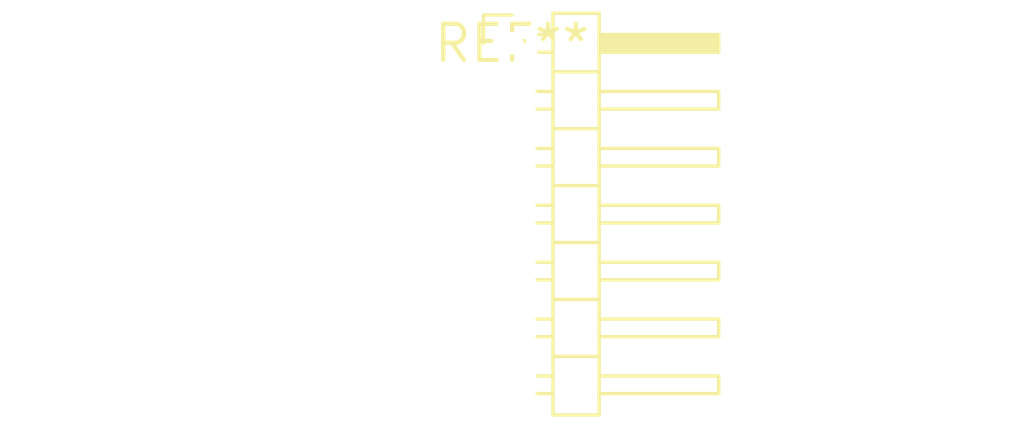
<source format=kicad_pcb>
(kicad_pcb (version 20240108) (generator pcbnew)
  (layers (0 "F.Cu" signal) (31 "B.Cu" signal) (34 "B.Paste" user) (35 "F.Paste" user) (36 "B.SilkS" user "B.Silkscreen") (37 "F.SilkS" user "F.Silkscreen") (38 "B.Mask" user) (39 "F.Mask" user) (44 "Edge.Cuts" user))
  (net 0 "")
  (footprint "PinHeader_1x07_P2.00mm_Horizontal" (layer "F.Cu") (at 0 0)
    (property "Reference" "REF**")
    (property "Value" "PinHeader_1x07_P2.00mm_Horizontal")
    (fp_line (start -1 -1) (end 0 -1) (layer "F.SilkS") (stroke (width 0.12)))
    (fp_line (start -1 0) (end -1 -1) (layer "F.SilkS") (stroke (width 0.12)))
    (fp_line (start 0.882114 1.69) (end 1.44 1.69) (layer "F.SilkS") (stroke (width 0.12)))
    (fp_line (start 0.882114 2.31) (end 1.44 2.31) (layer "F.SilkS") (stroke (width 0.12)))
    (fp_line (start 0.882114 3.69) (end 1.44 3.69) (layer "F.SilkS") (stroke (width 0.12)))
    (fp_line (start 0.882114 4.31) (end 1.44 4.31) (layer "F.SilkS") (stroke (width 0.12)))
    (fp_line (start 0.882114 5.69) (end 1.44 5.69) (layer "F.SilkS") (stroke (width 0.12)))
    (fp_line (start 0.882114 6.31) (end 1.44 6.31) (layer "F.SilkS") (stroke (width 0.12)))
    (fp_line (start 0.882114 7.69) (end 1.44 7.69) (layer "F.SilkS") (stroke (width 0.12)))
    (fp_line (start 0.882114 8.31) (end 1.44 8.31) (layer "F.SilkS") (stroke (width 0.12)))
    (fp_line (start 0.882114 9.69) (end 1.44 9.69) (layer "F.SilkS") (stroke (width 0.12)))
    (fp_line (start 0.882114 10.31) (end 1.44 10.31) (layer "F.SilkS") (stroke (width 0.12)))
    (fp_line (start 0.882114 11.69) (end 1.44 11.69) (layer "F.SilkS") (stroke (width 0.12)))
    (fp_line (start 0.882114 12.31) (end 1.44 12.31) (layer "F.SilkS") (stroke (width 0.12)))
    (fp_line (start 0.935 -0.31) (end 1.44 -0.31) (layer "F.SilkS") (stroke (width 0.12)))
    (fp_line (start 0.935 0.31) (end 1.44 0.31) (layer "F.SilkS") (stroke (width 0.12)))
    (fp_line (start 1.44 -1.06) (end 1.44 13.06) (layer "F.SilkS") (stroke (width 0.12)))
    (fp_line (start 1.44 1) (end 3.06 1) (layer "F.SilkS") (stroke (width 0.12)))
    (fp_line (start 1.44 3) (end 3.06 3) (layer "F.SilkS") (stroke (width 0.12)))
    (fp_line (start 1.44 5) (end 3.06 5) (layer "F.SilkS") (stroke (width 0.12)))
    (fp_line (start 1.44 7) (end 3.06 7) (layer "F.SilkS") (stroke (width 0.12)))
    (fp_line (start 1.44 9) (end 3.06 9) (layer "F.SilkS") (stroke (width 0.12)))
    (fp_line (start 1.44 11) (end 3.06 11) (layer "F.SilkS") (stroke (width 0.12)))
    (fp_line (start 1.44 13.06) (end 3.06 13.06) (layer "F.SilkS") (stroke (width 0.12)))
    (fp_line (start 3.06 -1.06) (end 1.44 -1.06) (layer "F.SilkS") (stroke (width 0.12)))
    (fp_line (start 3.06 -0.31) (end 7.26 -0.31) (layer "F.SilkS") (stroke (width 0.12)))
    (fp_line (start 3.06 -0.25) (end 7.26 -0.25) (layer "F.SilkS") (stroke (width 0.12)))
    (fp_line (start 3.06 -0.13) (end 7.26 -0.13) (layer "F.SilkS") (stroke (width 0.12)))
    (fp_line (start 3.06 -0.01) (end 7.26 -0.01) (layer "F.SilkS") (stroke (width 0.12)))
    (fp_line (start 3.06 0.11) (end 7.26 0.11) (layer "F.SilkS") (stroke (width 0.12)))
    (fp_line (start 3.06 0.23) (end 7.26 0.23) (layer "F.SilkS") (stroke (width 0.12)))
    (fp_line (start 3.06 1.69) (end 7.26 1.69) (layer "F.SilkS") (stroke (width 0.12)))
    (fp_line (start 3.06 3.69) (end 7.26 3.69) (layer "F.SilkS") (stroke (width 0.12)))
    (fp_line (start 3.06 5.69) (end 7.26 5.69) (layer "F.SilkS") (stroke (width 0.12)))
    (fp_line (start 3.06 7.69) (end 7.26 7.69) (layer "F.SilkS") (stroke (width 0.12)))
    (fp_line (start 3.06 9.69) (end 7.26 9.69) (layer "F.SilkS") (stroke (width 0.12)))
    (fp_line (start 3.06 11.69) (end 7.26 11.69) (layer "F.SilkS") (stroke (width 0.12)))
    (fp_line (start 3.06 13.06) (end 3.06 -1.06) (layer "F.SilkS") (stroke (width 0.12)))
    (fp_line (start 7.26 -0.31) (end 7.26 0.31) (layer "F.SilkS") (stroke (width 0.12)))
    (fp_line (start 7.26 0.31) (end 3.06 0.31) (layer "F.SilkS") (stroke (width 0.12)))
    (fp_line (start 7.26 1.69) (end 7.26 2.31) (layer "F.SilkS") (stroke (width 0.12)))
    (fp_line (start 7.26 2.31) (end 3.06 2.31) (layer "F.SilkS") (stroke (width 0.12)))
    (fp_line (start 7.26 3.69) (end 7.26 4.31) (layer "F.SilkS") (stroke (width 0.12)))
    (fp_line (start 7.26 4.31) (end 3.06 4.31) (layer "F.SilkS") (stroke (width 0.12)))
    (fp_line (start 7.26 5.69) (end 7.26 6.31) (layer "F.SilkS") (stroke (width 0.12)))
    (fp_line (start 7.26 6.31) (end 3.06 6.31) (layer "F.SilkS") (stroke (width 0.12)))
    (fp_line (start 7.26 7.69) (end 7.26 8.31) (layer "F.SilkS") (stroke (width 0.12)))
    (fp_line (start 7.26 8.31) (end 3.06 8.31) (layer "F.SilkS") (stroke (width 0.12)))
    (fp_line (start 7.26 9.69) (end 7.26 10.31) (layer "F.SilkS") (stroke (width 0.12)))
    (fp_line (start 7.26 10.31) (end 3.06 10.31) (layer "F.SilkS") (stroke (width 0.12)))
    (fp_line (start 7.26 11.69) (end 7.26 12.31) (layer "F.SilkS") (stroke (width 0.12)))
    (fp_line (start 7.26 12.31) (end 3.06 12.31) (layer "F.SilkS") (stroke (width 0.12)))
    (pad "1" thru_hole rect (at 0 0) (size 1.35 1.35) (drill 0.8) (layers *.Cu *.Mask) (remove_unused_layers))
    (pad "2" thru_hole oval (at 0 2) (size 1.35 1.35) (drill 0.8) (layers *.Cu *.Mask) (remove_unused_layers))
    (pad "3" thru_hole oval (at 0 4) (size 1.35 1.35) (drill 0.8) (layers *.Cu *.Mask) (remove_unused_layers))
    (pad "4" thru_hole oval (at 0 6) (size 1.35 1.35) (drill 0.8) (layers *.Cu *.Mask) (remove_unused_layers))
    (pad "5" thru_hole oval (at 0 8) (size 1.35 1.35) (drill 0.8) (layers *.Cu *.Mask) (remove_unused_layers))
    (pad "6" thru_hole oval (at 0 10) (size 1.35 1.35) (drill 0.8) (layers *.Cu *.Mask) (remove_unused_layers))
    (pad "7" thru_hole oval (at 0 12) (size 1.35 1.35) (drill 0.8) (layers *.Cu *.Mask) (remove_unused_layers))
  )
)
</source>
